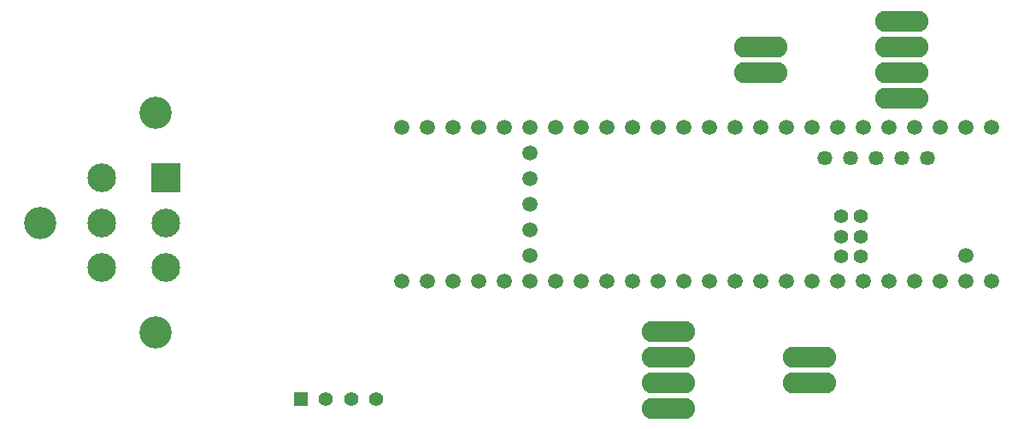
<source format=gbr>
%TF.GenerationSoftware,Altium Limited,Altium Designer,24.10.1 (45)*%
G04 Layer_Color=16711935*
%FSLAX45Y45*%
%MOMM*%
%TF.SameCoordinates,7F7612D6-C118-48B3-99A1-FC737374F31D*%
%TF.FilePolarity,Negative*%
%TF.FileFunction,Soldermask,Bot*%
%TF.Part,Single*%
G01*
G75*
%TA.AperFunction,ComponentPad*%
%ADD19R,1.40000X1.40000*%
%ADD20C,1.40000*%
%ADD28C,3.19320*%
%ADD29C,2.84320*%
%ADD30R,2.84320X2.84320*%
%ADD32C,1.51120*%
%ADD33C,1.46120*%
%ADD34C,1.41120*%
%ADD35O,5.28320X2.10820*%
D19*
X3568700Y622300D02*
D03*
D20*
X3818700D02*
D03*
X4068700D02*
D03*
X4318700D02*
D03*
D28*
X990600Y2369700D02*
D03*
X2133600Y3456700D02*
D03*
Y1282700D02*
D03*
D29*
X1600600Y2814700D02*
D03*
Y1924700D02*
D03*
X2235600Y2369700D02*
D03*
Y1924700D02*
D03*
X1600600Y2369700D02*
D03*
D30*
X2235600Y2814700D02*
D03*
D32*
X6604000Y1790700D02*
D03*
X6350000D02*
D03*
X6096000D02*
D03*
X5842000D02*
D03*
X5588000D02*
D03*
X5334000D02*
D03*
X5080000D02*
D03*
X4826000D02*
D03*
X4572000D02*
D03*
Y3314700D02*
D03*
X4826000D02*
D03*
X5080000D02*
D03*
X5334000D02*
D03*
X5588000D02*
D03*
X5842000D02*
D03*
X6096000D02*
D03*
X6350000D02*
D03*
X6604000D02*
D03*
X10414000Y1790700D02*
D03*
X10160000D02*
D03*
X9906000D02*
D03*
X9652000D02*
D03*
X9398000D02*
D03*
X9144000D02*
D03*
X8890000D02*
D03*
X8636000D02*
D03*
X8382000D02*
D03*
X8128000D02*
D03*
X7874000D02*
D03*
X7620000D02*
D03*
X7366000D02*
D03*
X7112000D02*
D03*
X6858000Y3314700D02*
D03*
X7112000D02*
D03*
X7366000D02*
D03*
X7620000D02*
D03*
X7874000D02*
D03*
X8128000D02*
D03*
X8382000D02*
D03*
X8636000D02*
D03*
X8890000D02*
D03*
X9144000D02*
D03*
X9398000D02*
D03*
X9652000D02*
D03*
X9906000D02*
D03*
X6858000Y1790700D02*
D03*
X5842000Y2298700D02*
D03*
X10160000Y2044700D02*
D03*
X5842000D02*
D03*
Y2552700D02*
D03*
Y2806700D02*
D03*
Y3060700D02*
D03*
X10160000Y3314700D02*
D03*
X10414000D02*
D03*
D33*
X8763000Y3009700D02*
D03*
X9017000D02*
D03*
X9271000D02*
D03*
X9525000D02*
D03*
X9779000D02*
D03*
D34*
X9117000Y2435700D02*
D03*
Y2235700D02*
D03*
X8917000Y2435700D02*
D03*
Y2235700D02*
D03*
X9117000Y2035700D02*
D03*
X8917000D02*
D03*
D35*
X8610600Y787400D02*
D03*
Y1041400D02*
D03*
X7213600Y1295400D02*
D03*
Y1041400D02*
D03*
Y787400D02*
D03*
Y533400D02*
D03*
X8128000Y4114800D02*
D03*
Y3860800D02*
D03*
X9525000Y3606800D02*
D03*
Y3860800D02*
D03*
Y4114800D02*
D03*
Y4368800D02*
D03*
%TF.MD5,7c3b59d6853010932c5147915a314f81*%
M02*

</source>
